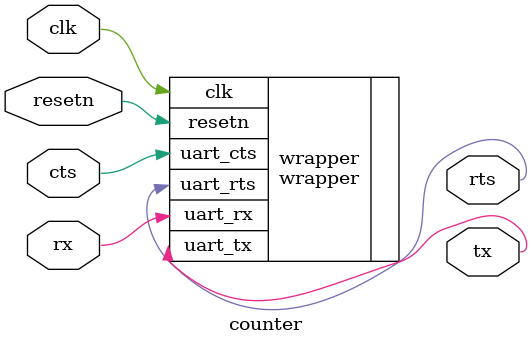
<source format=v>
/* verilator lint_off PINMISSING */

module counter #(
    parameter FIRMWARE_FILE = "fw/counter.mem",
    parameter ROM_ADDR_BITS = 12, // 4K ROM
    parameter RAM_ADDR_BITS = 12, // 4K RAM
    parameter FRAM_ADDR_BITS = 12 // 4k FRAM
) (
    input clk,
    input resetn,
    input rx,
    input cts,
    output tx,
    output rts
);

wrapper #(
    .FIRMWARE_FILE (FIRMWARE_FILE),
    .ROM_ADDR_BITS (ROM_ADDR_BITS),
    .RAM_ADDR_BITS (RAM_ADDR_BITS),
    .FRAM_ADDR_BITS (FRAM_ADDR_BITS)
) wrapper (
    .clk (clk),
    .resetn (resetn),
    .uart_tx (tx),
    .uart_rx (rx),
    .uart_cts (cts),
    .uart_rts (rts)
);

endmodule

</source>
